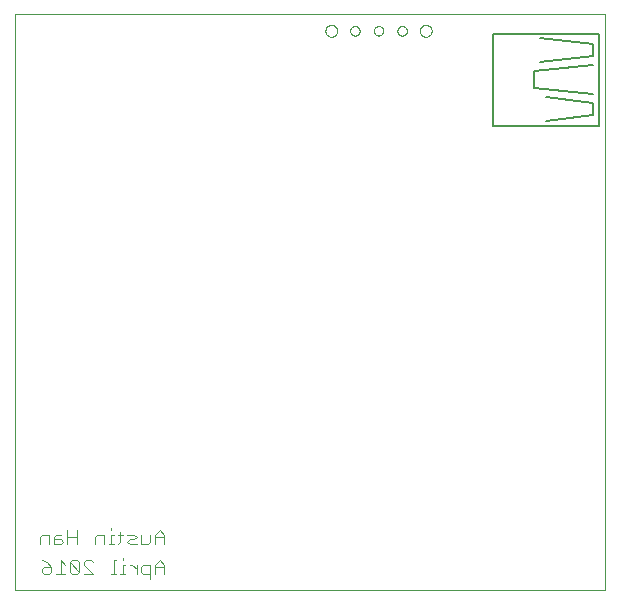
<source format=gbo>
G75*
%MOIN*%
%OFA0B0*%
%FSLAX25Y25*%
%IPPOS*%
%LPD*%
%AMOC8*
5,1,8,0,0,1.08239X$1,22.5*
%
%ADD10C,0.00000*%
%ADD11C,0.00400*%
%ADD12C,0.00500*%
D10*
X0001800Y0001800D02*
X0001800Y0193650D01*
X0198650Y0193650D01*
X0198650Y0001800D01*
X0001800Y0001800D01*
X0105333Y0188050D02*
X0105335Y0188138D01*
X0105341Y0188226D01*
X0105351Y0188314D01*
X0105365Y0188402D01*
X0105382Y0188488D01*
X0105404Y0188574D01*
X0105429Y0188658D01*
X0105459Y0188742D01*
X0105491Y0188824D01*
X0105528Y0188904D01*
X0105568Y0188983D01*
X0105612Y0189060D01*
X0105659Y0189135D01*
X0105709Y0189207D01*
X0105763Y0189278D01*
X0105819Y0189345D01*
X0105879Y0189411D01*
X0105941Y0189473D01*
X0106007Y0189533D01*
X0106074Y0189589D01*
X0106145Y0189643D01*
X0106217Y0189693D01*
X0106292Y0189740D01*
X0106369Y0189784D01*
X0106448Y0189824D01*
X0106528Y0189861D01*
X0106610Y0189893D01*
X0106694Y0189923D01*
X0106778Y0189948D01*
X0106864Y0189970D01*
X0106950Y0189987D01*
X0107038Y0190001D01*
X0107126Y0190011D01*
X0107214Y0190017D01*
X0107302Y0190019D01*
X0107390Y0190017D01*
X0107478Y0190011D01*
X0107566Y0190001D01*
X0107654Y0189987D01*
X0107740Y0189970D01*
X0107826Y0189948D01*
X0107910Y0189923D01*
X0107994Y0189893D01*
X0108076Y0189861D01*
X0108156Y0189824D01*
X0108235Y0189784D01*
X0108312Y0189740D01*
X0108387Y0189693D01*
X0108459Y0189643D01*
X0108530Y0189589D01*
X0108597Y0189533D01*
X0108663Y0189473D01*
X0108725Y0189411D01*
X0108785Y0189345D01*
X0108841Y0189278D01*
X0108895Y0189207D01*
X0108945Y0189135D01*
X0108992Y0189060D01*
X0109036Y0188983D01*
X0109076Y0188904D01*
X0109113Y0188824D01*
X0109145Y0188742D01*
X0109175Y0188658D01*
X0109200Y0188574D01*
X0109222Y0188488D01*
X0109239Y0188402D01*
X0109253Y0188314D01*
X0109263Y0188226D01*
X0109269Y0188138D01*
X0109271Y0188050D01*
X0109269Y0187962D01*
X0109263Y0187874D01*
X0109253Y0187786D01*
X0109239Y0187698D01*
X0109222Y0187612D01*
X0109200Y0187526D01*
X0109175Y0187442D01*
X0109145Y0187358D01*
X0109113Y0187276D01*
X0109076Y0187196D01*
X0109036Y0187117D01*
X0108992Y0187040D01*
X0108945Y0186965D01*
X0108895Y0186893D01*
X0108841Y0186822D01*
X0108785Y0186755D01*
X0108725Y0186689D01*
X0108663Y0186627D01*
X0108597Y0186567D01*
X0108530Y0186511D01*
X0108459Y0186457D01*
X0108387Y0186407D01*
X0108312Y0186360D01*
X0108235Y0186316D01*
X0108156Y0186276D01*
X0108076Y0186239D01*
X0107994Y0186207D01*
X0107910Y0186177D01*
X0107826Y0186152D01*
X0107740Y0186130D01*
X0107654Y0186113D01*
X0107566Y0186099D01*
X0107478Y0186089D01*
X0107390Y0186083D01*
X0107302Y0186081D01*
X0107214Y0186083D01*
X0107126Y0186089D01*
X0107038Y0186099D01*
X0106950Y0186113D01*
X0106864Y0186130D01*
X0106778Y0186152D01*
X0106694Y0186177D01*
X0106610Y0186207D01*
X0106528Y0186239D01*
X0106448Y0186276D01*
X0106369Y0186316D01*
X0106292Y0186360D01*
X0106217Y0186407D01*
X0106145Y0186457D01*
X0106074Y0186511D01*
X0106007Y0186567D01*
X0105941Y0186627D01*
X0105879Y0186689D01*
X0105819Y0186755D01*
X0105763Y0186822D01*
X0105709Y0186893D01*
X0105659Y0186965D01*
X0105612Y0187040D01*
X0105568Y0187117D01*
X0105528Y0187196D01*
X0105491Y0187276D01*
X0105459Y0187358D01*
X0105429Y0187442D01*
X0105404Y0187526D01*
X0105382Y0187612D01*
X0105365Y0187698D01*
X0105351Y0187786D01*
X0105341Y0187874D01*
X0105335Y0187962D01*
X0105333Y0188050D01*
X0113601Y0188050D02*
X0113603Y0188129D01*
X0113609Y0188208D01*
X0113619Y0188287D01*
X0113633Y0188365D01*
X0113650Y0188442D01*
X0113672Y0188518D01*
X0113697Y0188593D01*
X0113727Y0188666D01*
X0113759Y0188738D01*
X0113796Y0188809D01*
X0113836Y0188877D01*
X0113879Y0188943D01*
X0113925Y0189007D01*
X0113975Y0189069D01*
X0114028Y0189128D01*
X0114083Y0189184D01*
X0114142Y0189238D01*
X0114203Y0189288D01*
X0114266Y0189336D01*
X0114332Y0189380D01*
X0114400Y0189421D01*
X0114470Y0189458D01*
X0114541Y0189492D01*
X0114615Y0189522D01*
X0114689Y0189548D01*
X0114765Y0189570D01*
X0114842Y0189589D01*
X0114920Y0189604D01*
X0114998Y0189615D01*
X0115077Y0189622D01*
X0115156Y0189625D01*
X0115235Y0189624D01*
X0115314Y0189619D01*
X0115393Y0189610D01*
X0115471Y0189597D01*
X0115548Y0189580D01*
X0115625Y0189560D01*
X0115700Y0189535D01*
X0115774Y0189507D01*
X0115847Y0189475D01*
X0115917Y0189440D01*
X0115986Y0189401D01*
X0116053Y0189358D01*
X0116118Y0189312D01*
X0116180Y0189264D01*
X0116240Y0189212D01*
X0116297Y0189157D01*
X0116351Y0189099D01*
X0116402Y0189039D01*
X0116450Y0188976D01*
X0116495Y0188911D01*
X0116537Y0188843D01*
X0116575Y0188774D01*
X0116609Y0188703D01*
X0116640Y0188630D01*
X0116668Y0188555D01*
X0116691Y0188480D01*
X0116711Y0188403D01*
X0116727Y0188326D01*
X0116739Y0188247D01*
X0116747Y0188169D01*
X0116751Y0188090D01*
X0116751Y0188010D01*
X0116747Y0187931D01*
X0116739Y0187853D01*
X0116727Y0187774D01*
X0116711Y0187697D01*
X0116691Y0187620D01*
X0116668Y0187545D01*
X0116640Y0187470D01*
X0116609Y0187397D01*
X0116575Y0187326D01*
X0116537Y0187257D01*
X0116495Y0187189D01*
X0116450Y0187124D01*
X0116402Y0187061D01*
X0116351Y0187001D01*
X0116297Y0186943D01*
X0116240Y0186888D01*
X0116180Y0186836D01*
X0116118Y0186788D01*
X0116053Y0186742D01*
X0115986Y0186699D01*
X0115917Y0186660D01*
X0115847Y0186625D01*
X0115774Y0186593D01*
X0115700Y0186565D01*
X0115625Y0186540D01*
X0115548Y0186520D01*
X0115471Y0186503D01*
X0115393Y0186490D01*
X0115314Y0186481D01*
X0115235Y0186476D01*
X0115156Y0186475D01*
X0115077Y0186478D01*
X0114998Y0186485D01*
X0114920Y0186496D01*
X0114842Y0186511D01*
X0114765Y0186530D01*
X0114689Y0186552D01*
X0114615Y0186578D01*
X0114541Y0186608D01*
X0114470Y0186642D01*
X0114400Y0186679D01*
X0114332Y0186720D01*
X0114266Y0186764D01*
X0114203Y0186812D01*
X0114142Y0186862D01*
X0114083Y0186916D01*
X0114028Y0186972D01*
X0113975Y0187031D01*
X0113925Y0187093D01*
X0113879Y0187157D01*
X0113836Y0187223D01*
X0113796Y0187291D01*
X0113759Y0187362D01*
X0113727Y0187434D01*
X0113697Y0187507D01*
X0113672Y0187582D01*
X0113650Y0187658D01*
X0113633Y0187735D01*
X0113619Y0187813D01*
X0113609Y0187892D01*
X0113603Y0187971D01*
X0113601Y0188050D01*
X0121475Y0188050D02*
X0121477Y0188129D01*
X0121483Y0188208D01*
X0121493Y0188287D01*
X0121507Y0188365D01*
X0121524Y0188442D01*
X0121546Y0188518D01*
X0121571Y0188593D01*
X0121601Y0188666D01*
X0121633Y0188738D01*
X0121670Y0188809D01*
X0121710Y0188877D01*
X0121753Y0188943D01*
X0121799Y0189007D01*
X0121849Y0189069D01*
X0121902Y0189128D01*
X0121957Y0189184D01*
X0122016Y0189238D01*
X0122077Y0189288D01*
X0122140Y0189336D01*
X0122206Y0189380D01*
X0122274Y0189421D01*
X0122344Y0189458D01*
X0122415Y0189492D01*
X0122489Y0189522D01*
X0122563Y0189548D01*
X0122639Y0189570D01*
X0122716Y0189589D01*
X0122794Y0189604D01*
X0122872Y0189615D01*
X0122951Y0189622D01*
X0123030Y0189625D01*
X0123109Y0189624D01*
X0123188Y0189619D01*
X0123267Y0189610D01*
X0123345Y0189597D01*
X0123422Y0189580D01*
X0123499Y0189560D01*
X0123574Y0189535D01*
X0123648Y0189507D01*
X0123721Y0189475D01*
X0123791Y0189440D01*
X0123860Y0189401D01*
X0123927Y0189358D01*
X0123992Y0189312D01*
X0124054Y0189264D01*
X0124114Y0189212D01*
X0124171Y0189157D01*
X0124225Y0189099D01*
X0124276Y0189039D01*
X0124324Y0188976D01*
X0124369Y0188911D01*
X0124411Y0188843D01*
X0124449Y0188774D01*
X0124483Y0188703D01*
X0124514Y0188630D01*
X0124542Y0188555D01*
X0124565Y0188480D01*
X0124585Y0188403D01*
X0124601Y0188326D01*
X0124613Y0188247D01*
X0124621Y0188169D01*
X0124625Y0188090D01*
X0124625Y0188010D01*
X0124621Y0187931D01*
X0124613Y0187853D01*
X0124601Y0187774D01*
X0124585Y0187697D01*
X0124565Y0187620D01*
X0124542Y0187545D01*
X0124514Y0187470D01*
X0124483Y0187397D01*
X0124449Y0187326D01*
X0124411Y0187257D01*
X0124369Y0187189D01*
X0124324Y0187124D01*
X0124276Y0187061D01*
X0124225Y0187001D01*
X0124171Y0186943D01*
X0124114Y0186888D01*
X0124054Y0186836D01*
X0123992Y0186788D01*
X0123927Y0186742D01*
X0123860Y0186699D01*
X0123791Y0186660D01*
X0123721Y0186625D01*
X0123648Y0186593D01*
X0123574Y0186565D01*
X0123499Y0186540D01*
X0123422Y0186520D01*
X0123345Y0186503D01*
X0123267Y0186490D01*
X0123188Y0186481D01*
X0123109Y0186476D01*
X0123030Y0186475D01*
X0122951Y0186478D01*
X0122872Y0186485D01*
X0122794Y0186496D01*
X0122716Y0186511D01*
X0122639Y0186530D01*
X0122563Y0186552D01*
X0122489Y0186578D01*
X0122415Y0186608D01*
X0122344Y0186642D01*
X0122274Y0186679D01*
X0122206Y0186720D01*
X0122140Y0186764D01*
X0122077Y0186812D01*
X0122016Y0186862D01*
X0121957Y0186916D01*
X0121902Y0186972D01*
X0121849Y0187031D01*
X0121799Y0187093D01*
X0121753Y0187157D01*
X0121710Y0187223D01*
X0121670Y0187291D01*
X0121633Y0187362D01*
X0121601Y0187434D01*
X0121571Y0187507D01*
X0121546Y0187582D01*
X0121524Y0187658D01*
X0121507Y0187735D01*
X0121493Y0187813D01*
X0121483Y0187892D01*
X0121477Y0187971D01*
X0121475Y0188050D01*
X0129349Y0188050D02*
X0129351Y0188129D01*
X0129357Y0188208D01*
X0129367Y0188287D01*
X0129381Y0188365D01*
X0129398Y0188442D01*
X0129420Y0188518D01*
X0129445Y0188593D01*
X0129475Y0188666D01*
X0129507Y0188738D01*
X0129544Y0188809D01*
X0129584Y0188877D01*
X0129627Y0188943D01*
X0129673Y0189007D01*
X0129723Y0189069D01*
X0129776Y0189128D01*
X0129831Y0189184D01*
X0129890Y0189238D01*
X0129951Y0189288D01*
X0130014Y0189336D01*
X0130080Y0189380D01*
X0130148Y0189421D01*
X0130218Y0189458D01*
X0130289Y0189492D01*
X0130363Y0189522D01*
X0130437Y0189548D01*
X0130513Y0189570D01*
X0130590Y0189589D01*
X0130668Y0189604D01*
X0130746Y0189615D01*
X0130825Y0189622D01*
X0130904Y0189625D01*
X0130983Y0189624D01*
X0131062Y0189619D01*
X0131141Y0189610D01*
X0131219Y0189597D01*
X0131296Y0189580D01*
X0131373Y0189560D01*
X0131448Y0189535D01*
X0131522Y0189507D01*
X0131595Y0189475D01*
X0131665Y0189440D01*
X0131734Y0189401D01*
X0131801Y0189358D01*
X0131866Y0189312D01*
X0131928Y0189264D01*
X0131988Y0189212D01*
X0132045Y0189157D01*
X0132099Y0189099D01*
X0132150Y0189039D01*
X0132198Y0188976D01*
X0132243Y0188911D01*
X0132285Y0188843D01*
X0132323Y0188774D01*
X0132357Y0188703D01*
X0132388Y0188630D01*
X0132416Y0188555D01*
X0132439Y0188480D01*
X0132459Y0188403D01*
X0132475Y0188326D01*
X0132487Y0188247D01*
X0132495Y0188169D01*
X0132499Y0188090D01*
X0132499Y0188010D01*
X0132495Y0187931D01*
X0132487Y0187853D01*
X0132475Y0187774D01*
X0132459Y0187697D01*
X0132439Y0187620D01*
X0132416Y0187545D01*
X0132388Y0187470D01*
X0132357Y0187397D01*
X0132323Y0187326D01*
X0132285Y0187257D01*
X0132243Y0187189D01*
X0132198Y0187124D01*
X0132150Y0187061D01*
X0132099Y0187001D01*
X0132045Y0186943D01*
X0131988Y0186888D01*
X0131928Y0186836D01*
X0131866Y0186788D01*
X0131801Y0186742D01*
X0131734Y0186699D01*
X0131665Y0186660D01*
X0131595Y0186625D01*
X0131522Y0186593D01*
X0131448Y0186565D01*
X0131373Y0186540D01*
X0131296Y0186520D01*
X0131219Y0186503D01*
X0131141Y0186490D01*
X0131062Y0186481D01*
X0130983Y0186476D01*
X0130904Y0186475D01*
X0130825Y0186478D01*
X0130746Y0186485D01*
X0130668Y0186496D01*
X0130590Y0186511D01*
X0130513Y0186530D01*
X0130437Y0186552D01*
X0130363Y0186578D01*
X0130289Y0186608D01*
X0130218Y0186642D01*
X0130148Y0186679D01*
X0130080Y0186720D01*
X0130014Y0186764D01*
X0129951Y0186812D01*
X0129890Y0186862D01*
X0129831Y0186916D01*
X0129776Y0186972D01*
X0129723Y0187031D01*
X0129673Y0187093D01*
X0129627Y0187157D01*
X0129584Y0187223D01*
X0129544Y0187291D01*
X0129507Y0187362D01*
X0129475Y0187434D01*
X0129445Y0187507D01*
X0129420Y0187582D01*
X0129398Y0187658D01*
X0129381Y0187735D01*
X0129367Y0187813D01*
X0129357Y0187892D01*
X0129351Y0187971D01*
X0129349Y0188050D01*
X0136829Y0188050D02*
X0136831Y0188138D01*
X0136837Y0188226D01*
X0136847Y0188314D01*
X0136861Y0188402D01*
X0136878Y0188488D01*
X0136900Y0188574D01*
X0136925Y0188658D01*
X0136955Y0188742D01*
X0136987Y0188824D01*
X0137024Y0188904D01*
X0137064Y0188983D01*
X0137108Y0189060D01*
X0137155Y0189135D01*
X0137205Y0189207D01*
X0137259Y0189278D01*
X0137315Y0189345D01*
X0137375Y0189411D01*
X0137437Y0189473D01*
X0137503Y0189533D01*
X0137570Y0189589D01*
X0137641Y0189643D01*
X0137713Y0189693D01*
X0137788Y0189740D01*
X0137865Y0189784D01*
X0137944Y0189824D01*
X0138024Y0189861D01*
X0138106Y0189893D01*
X0138190Y0189923D01*
X0138274Y0189948D01*
X0138360Y0189970D01*
X0138446Y0189987D01*
X0138534Y0190001D01*
X0138622Y0190011D01*
X0138710Y0190017D01*
X0138798Y0190019D01*
X0138886Y0190017D01*
X0138974Y0190011D01*
X0139062Y0190001D01*
X0139150Y0189987D01*
X0139236Y0189970D01*
X0139322Y0189948D01*
X0139406Y0189923D01*
X0139490Y0189893D01*
X0139572Y0189861D01*
X0139652Y0189824D01*
X0139731Y0189784D01*
X0139808Y0189740D01*
X0139883Y0189693D01*
X0139955Y0189643D01*
X0140026Y0189589D01*
X0140093Y0189533D01*
X0140159Y0189473D01*
X0140221Y0189411D01*
X0140281Y0189345D01*
X0140337Y0189278D01*
X0140391Y0189207D01*
X0140441Y0189135D01*
X0140488Y0189060D01*
X0140532Y0188983D01*
X0140572Y0188904D01*
X0140609Y0188824D01*
X0140641Y0188742D01*
X0140671Y0188658D01*
X0140696Y0188574D01*
X0140718Y0188488D01*
X0140735Y0188402D01*
X0140749Y0188314D01*
X0140759Y0188226D01*
X0140765Y0188138D01*
X0140767Y0188050D01*
X0140765Y0187962D01*
X0140759Y0187874D01*
X0140749Y0187786D01*
X0140735Y0187698D01*
X0140718Y0187612D01*
X0140696Y0187526D01*
X0140671Y0187442D01*
X0140641Y0187358D01*
X0140609Y0187276D01*
X0140572Y0187196D01*
X0140532Y0187117D01*
X0140488Y0187040D01*
X0140441Y0186965D01*
X0140391Y0186893D01*
X0140337Y0186822D01*
X0140281Y0186755D01*
X0140221Y0186689D01*
X0140159Y0186627D01*
X0140093Y0186567D01*
X0140026Y0186511D01*
X0139955Y0186457D01*
X0139883Y0186407D01*
X0139808Y0186360D01*
X0139731Y0186316D01*
X0139652Y0186276D01*
X0139572Y0186239D01*
X0139490Y0186207D01*
X0139406Y0186177D01*
X0139322Y0186152D01*
X0139236Y0186130D01*
X0139150Y0186113D01*
X0139062Y0186099D01*
X0138974Y0186089D01*
X0138886Y0186083D01*
X0138798Y0186081D01*
X0138710Y0186083D01*
X0138622Y0186089D01*
X0138534Y0186099D01*
X0138446Y0186113D01*
X0138360Y0186130D01*
X0138274Y0186152D01*
X0138190Y0186177D01*
X0138106Y0186207D01*
X0138024Y0186239D01*
X0137944Y0186276D01*
X0137865Y0186316D01*
X0137788Y0186360D01*
X0137713Y0186407D01*
X0137641Y0186457D01*
X0137570Y0186511D01*
X0137503Y0186567D01*
X0137437Y0186627D01*
X0137375Y0186689D01*
X0137315Y0186755D01*
X0137259Y0186822D01*
X0137205Y0186893D01*
X0137155Y0186965D01*
X0137108Y0187040D01*
X0137064Y0187117D01*
X0137024Y0187196D01*
X0136987Y0187276D01*
X0136955Y0187358D01*
X0136925Y0187442D01*
X0136900Y0187526D01*
X0136878Y0187612D01*
X0136861Y0187698D01*
X0136847Y0187786D01*
X0136837Y0187874D01*
X0136831Y0187962D01*
X0136829Y0188050D01*
D11*
X0050065Y0021604D02*
X0048531Y0020069D01*
X0048531Y0017000D01*
X0046996Y0017767D02*
X0046229Y0017000D01*
X0043927Y0017000D01*
X0043927Y0020069D01*
X0042392Y0019302D02*
X0041625Y0020069D01*
X0039323Y0020069D01*
X0037788Y0020069D02*
X0036254Y0020069D01*
X0037021Y0020837D02*
X0037021Y0017767D01*
X0036254Y0017000D01*
X0034719Y0017000D02*
X0033184Y0017000D01*
X0033952Y0017000D02*
X0033952Y0020069D01*
X0034719Y0020069D01*
X0033952Y0021604D02*
X0033952Y0022371D01*
X0031650Y0020069D02*
X0029348Y0020069D01*
X0028580Y0019302D01*
X0028580Y0017000D01*
X0031650Y0017000D02*
X0031650Y0020069D01*
X0039323Y0017767D02*
X0040090Y0017000D01*
X0042392Y0017000D01*
X0041625Y0018535D02*
X0040090Y0018535D01*
X0039323Y0017767D01*
X0041625Y0018535D02*
X0042392Y0019302D01*
X0046996Y0020069D02*
X0046996Y0017767D01*
X0048531Y0019302D02*
X0051600Y0019302D01*
X0051600Y0020069D02*
X0051600Y0017000D01*
X0051600Y0020069D02*
X0050065Y0021604D01*
X0050065Y0011604D02*
X0048531Y0010069D01*
X0048531Y0007000D01*
X0046996Y0007000D02*
X0044694Y0007000D01*
X0043927Y0007767D01*
X0043927Y0009302D01*
X0044694Y0010069D01*
X0046996Y0010069D01*
X0046996Y0005465D01*
X0048531Y0009302D02*
X0051600Y0009302D01*
X0051600Y0010069D02*
X0050065Y0011604D01*
X0051600Y0010069D02*
X0051600Y0007000D01*
X0042392Y0007000D02*
X0042392Y0010069D01*
X0042392Y0008535D02*
X0040858Y0010069D01*
X0040090Y0010069D01*
X0038556Y0010069D02*
X0037788Y0010069D01*
X0037788Y0007000D01*
X0037021Y0007000D02*
X0038556Y0007000D01*
X0035486Y0007000D02*
X0033952Y0007000D01*
X0034719Y0007000D02*
X0034719Y0011604D01*
X0035486Y0011604D01*
X0037788Y0011604D02*
X0037788Y0012371D01*
X0027813Y0010837D02*
X0027046Y0011604D01*
X0025511Y0011604D01*
X0024744Y0010837D01*
X0024744Y0010069D01*
X0027813Y0007000D01*
X0024744Y0007000D01*
X0023209Y0007767D02*
X0020140Y0010837D01*
X0020140Y0007767D01*
X0020907Y0007000D01*
X0022442Y0007000D01*
X0023209Y0007767D01*
X0023209Y0010837D01*
X0022442Y0011604D01*
X0020907Y0011604D01*
X0020140Y0010837D01*
X0018605Y0010069D02*
X0017071Y0011604D01*
X0017071Y0007000D01*
X0018605Y0007000D02*
X0015536Y0007000D01*
X0014001Y0007767D02*
X0014001Y0009302D01*
X0011699Y0009302D01*
X0010932Y0008535D01*
X0010932Y0007767D01*
X0011699Y0007000D01*
X0013234Y0007000D01*
X0014001Y0007767D01*
X0014001Y0009302D02*
X0012467Y0010837D01*
X0010932Y0011604D01*
X0010165Y0017000D02*
X0010165Y0019302D01*
X0010932Y0020069D01*
X0013234Y0020069D01*
X0013234Y0017000D01*
X0014769Y0017000D02*
X0014769Y0019302D01*
X0015536Y0020069D01*
X0017071Y0020069D01*
X0017071Y0018535D02*
X0014769Y0018535D01*
X0014769Y0017000D02*
X0017071Y0017000D01*
X0017838Y0017767D01*
X0017071Y0018535D01*
X0019373Y0019302D02*
X0022442Y0019302D01*
X0022442Y0017000D02*
X0022442Y0021604D01*
X0019373Y0021604D02*
X0019373Y0017000D01*
D12*
X0161131Y0156446D02*
X0196564Y0156446D01*
X0196564Y0187154D01*
X0161131Y0187154D01*
X0161131Y0156446D01*
X0174910Y0168847D02*
X0174910Y0174753D01*
X0194595Y0176721D01*
X0194595Y0179674D02*
X0176879Y0177706D01*
X0176879Y0185580D02*
X0194595Y0183611D01*
X0194595Y0179674D01*
X0194595Y0166879D02*
X0174910Y0168847D01*
X0178847Y0165894D02*
X0194595Y0163926D01*
X0194595Y0159989D01*
X0178847Y0158020D01*
M02*

</source>
